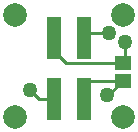
<source format=gbl>
G04*
G04 #@! TF.GenerationSoftware,Altium Limited,Altium Designer,22.2.1 (43)*
G04*
G04 Layer_Physical_Order=2*
G04 Layer_Color=16711680*
%FSLAX25Y25*%
%MOIN*%
G70*
G04*
G04 #@! TF.SameCoordinates,45019255-E314-4CC0-BBC9-7E872D735D2A*
G04*
G04*
G04 #@! TF.FilePolarity,Positive*
G04*
G01*
G75*
%ADD16C,0.01000*%
%ADD17C,0.07874*%
%ADD18C,0.05000*%
%ADD19R,0.05000X0.13996*%
%ADD20R,0.05709X0.05118*%
D16*
X13354Y-9000D02*
X17705Y-4650D01*
X12752Y-9000D02*
X13354D01*
X17705Y-4650D02*
X18000D01*
X7000D02*
X18000D01*
X-9988Y-10512D02*
X-5000D01*
X-13000Y-7500D02*
X-9988Y-10512D01*
X-1000Y1502D02*
X8688D01*
X-5000Y5502D02*
X-1000Y1502D01*
X18500Y2150D02*
Y8500D01*
X18000Y1650D02*
X18500Y2150D01*
X6500Y11500D02*
X13304D01*
X5000Y-6650D02*
X7000Y-4650D01*
X5000Y-10512D02*
Y-6650D01*
X8688Y1502D02*
X8836Y1650D01*
X18000D01*
X5000Y10000D02*
X6500Y11500D01*
X-5000Y5502D02*
Y10000D01*
D17*
X18000Y-16500D02*
D03*
Y17500D02*
D03*
X-18000Y-16500D02*
D03*
Y17500D02*
D03*
D18*
X12752Y-9000D02*
D03*
X-13000Y-7500D02*
D03*
X13304Y11500D02*
D03*
X18500Y8500D02*
D03*
D19*
X5000Y10000D02*
D03*
Y-10512D02*
D03*
X-5000Y10000D02*
D03*
Y-10512D02*
D03*
D20*
X18000Y-4650D02*
D03*
Y1650D02*
D03*
M02*

</source>
